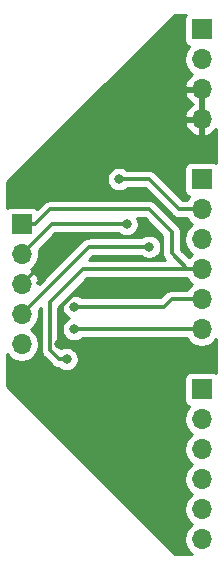
<source format=gbr>
G04 #@! TF.GenerationSoftware,KiCad,Pcbnew,5.1.5-52549c5~84~ubuntu18.04.1*
G04 #@! TF.CreationDate,2020-01-16T16:08:21-05:00*
G04 #@! TF.ProjectId,PIC16LF18326_breakout,50494331-364c-4463-9138-3332365f6272,rev?*
G04 #@! TF.SameCoordinates,Original*
G04 #@! TF.FileFunction,Copper,L2,Bot*
G04 #@! TF.FilePolarity,Positive*
%FSLAX46Y46*%
G04 Gerber Fmt 4.6, Leading zero omitted, Abs format (unit mm)*
G04 Created by KiCad (PCBNEW 5.1.5-52549c5~84~ubuntu18.04.1) date 2020-01-16 16:08:21*
%MOMM*%
%LPD*%
G04 APERTURE LIST*
%ADD10O,1.700000X1.700000*%
%ADD11R,1.700000X1.700000*%
%ADD12C,0.800000*%
%ADD13C,0.300000*%
%ADD14C,0.254000*%
G04 APERTURE END LIST*
D10*
X142240000Y-113665000D03*
X142240000Y-111125000D03*
X142240000Y-108585000D03*
X142240000Y-106045000D03*
X142240000Y-103505000D03*
D11*
X142240000Y-100965000D03*
D10*
X142240000Y-131445000D03*
X142240000Y-128905000D03*
X142240000Y-126365000D03*
X142240000Y-123825000D03*
X142240000Y-121285000D03*
D11*
X142240000Y-118745000D03*
D10*
X142240000Y-95885000D03*
X142240000Y-93345000D03*
X142240000Y-90805000D03*
D11*
X142240000Y-88265000D03*
D10*
X127000000Y-114935000D03*
X127000000Y-112395000D03*
X127000000Y-109855000D03*
X127000000Y-107315000D03*
D11*
X127000000Y-104775000D03*
D12*
X135255000Y-100965000D03*
X137795000Y-106680000D03*
X135890000Y-104775000D03*
X130810000Y-116205000D03*
X131445000Y-113665000D03*
X131445000Y-111760000D03*
X135255000Y-109855000D03*
X130175000Y-114935000D03*
X130175000Y-107315000D03*
X134620000Y-102235000D03*
D13*
X137795000Y-100965000D02*
X140335000Y-103505000D01*
X135255000Y-100965000D02*
X137795000Y-100965000D01*
X140335000Y-103505000D02*
X142240000Y-103505000D01*
X132715000Y-106680000D02*
X137795000Y-106680000D01*
X127000000Y-112395000D02*
X132715000Y-106680000D01*
X129540000Y-104775000D02*
X135890000Y-104775000D01*
X127000000Y-107315000D02*
X129540000Y-104775000D01*
X141037919Y-108585000D02*
X142240000Y-108585000D01*
X132239998Y-108585000D02*
X141037919Y-108585000D01*
X129424999Y-111399999D02*
X132239998Y-108585000D01*
X129424999Y-112914999D02*
X129424999Y-111399999D01*
X141037919Y-108585000D02*
X139700000Y-107247081D01*
X139700000Y-107247081D02*
X139700000Y-105410000D01*
X130810000Y-116205000D02*
X130175000Y-116205000D01*
X129424999Y-115454999D02*
X129424999Y-112914999D01*
X130175000Y-116205000D02*
X129424999Y-115454999D01*
X128150000Y-104775000D02*
X129420000Y-103505000D01*
X127000000Y-104775000D02*
X128150000Y-104775000D01*
X137795000Y-103505000D02*
X139700000Y-105410000D01*
X129420000Y-103505000D02*
X137795000Y-103505000D01*
X135255000Y-113665000D02*
X142240000Y-113665000D01*
X131445000Y-113665000D02*
X135255000Y-113665000D01*
X131445000Y-111760000D02*
X139065000Y-111760000D01*
X139700000Y-111125000D02*
X142240000Y-111125000D01*
X139065000Y-111760000D02*
X139700000Y-111125000D01*
X130175000Y-111919998D02*
X130175000Y-114935000D01*
X135255000Y-109855000D02*
X132239998Y-109855000D01*
X132239998Y-109855000D02*
X130175000Y-111919998D01*
X127000000Y-109855000D02*
X129540000Y-107315000D01*
X129540000Y-107315000D02*
X130175000Y-107315000D01*
D14*
G36*
X130410000Y-111658061D02*
G01*
X130410000Y-111861939D01*
X130449774Y-112061898D01*
X130527795Y-112250256D01*
X130641063Y-112419774D01*
X130785226Y-112563937D01*
X130954744Y-112677205D01*
X131039953Y-112712500D01*
X130954744Y-112747795D01*
X130785226Y-112861063D01*
X130641063Y-113005226D01*
X130527795Y-113174744D01*
X130449774Y-113363102D01*
X130410000Y-113563061D01*
X130410000Y-113766939D01*
X130449774Y-113966898D01*
X130527795Y-114155256D01*
X130641063Y-114324774D01*
X130785226Y-114468937D01*
X130954744Y-114582205D01*
X131143102Y-114660226D01*
X131343061Y-114700000D01*
X131546939Y-114700000D01*
X131746898Y-114660226D01*
X131935256Y-114582205D01*
X132104774Y-114468937D01*
X132123711Y-114450000D01*
X140978526Y-114450000D01*
X141086525Y-114611632D01*
X141293368Y-114818475D01*
X141536589Y-114980990D01*
X141806842Y-115092932D01*
X142093740Y-115150000D01*
X142386260Y-115150000D01*
X142673158Y-115092932D01*
X142943411Y-114980990D01*
X143186632Y-114818475D01*
X143393475Y-114611632D01*
X143460001Y-114512069D01*
X143460001Y-117377189D01*
X143444494Y-117364463D01*
X143334180Y-117305498D01*
X143214482Y-117269188D01*
X143090000Y-117256928D01*
X141390000Y-117256928D01*
X141265518Y-117269188D01*
X141145820Y-117305498D01*
X141035506Y-117364463D01*
X140938815Y-117443815D01*
X140859463Y-117540506D01*
X140800498Y-117650820D01*
X140764188Y-117770518D01*
X140751928Y-117895000D01*
X140751928Y-119595000D01*
X140764188Y-119719482D01*
X140800498Y-119839180D01*
X140859463Y-119949494D01*
X140938815Y-120046185D01*
X141035506Y-120125537D01*
X141145820Y-120184502D01*
X141218380Y-120206513D01*
X141086525Y-120338368D01*
X140924010Y-120581589D01*
X140812068Y-120851842D01*
X140755000Y-121138740D01*
X140755000Y-121431260D01*
X140812068Y-121718158D01*
X140924010Y-121988411D01*
X141086525Y-122231632D01*
X141293368Y-122438475D01*
X141467760Y-122555000D01*
X141293368Y-122671525D01*
X141086525Y-122878368D01*
X140924010Y-123121589D01*
X140812068Y-123391842D01*
X140755000Y-123678740D01*
X140755000Y-123971260D01*
X140812068Y-124258158D01*
X140924010Y-124528411D01*
X141086525Y-124771632D01*
X141293368Y-124978475D01*
X141467760Y-125095000D01*
X141293368Y-125211525D01*
X141086525Y-125418368D01*
X140924010Y-125661589D01*
X140812068Y-125931842D01*
X140755000Y-126218740D01*
X140755000Y-126511260D01*
X140812068Y-126798158D01*
X140924010Y-127068411D01*
X141086525Y-127311632D01*
X141293368Y-127518475D01*
X141467760Y-127635000D01*
X141293368Y-127751525D01*
X141086525Y-127958368D01*
X140924010Y-128201589D01*
X140812068Y-128471842D01*
X140755000Y-128758740D01*
X140755000Y-129051260D01*
X140812068Y-129338158D01*
X140924010Y-129608411D01*
X141086525Y-129851632D01*
X141293368Y-130058475D01*
X141467760Y-130175000D01*
X141293368Y-130291525D01*
X141086525Y-130498368D01*
X140924010Y-130741589D01*
X140812068Y-131011842D01*
X140755000Y-131298740D01*
X140755000Y-131591260D01*
X140812068Y-131878158D01*
X140924010Y-132148411D01*
X141086525Y-132391632D01*
X141293368Y-132598475D01*
X141430345Y-132690000D01*
X139973381Y-132690000D01*
X125755000Y-118471620D01*
X125755000Y-115744655D01*
X125846525Y-115881632D01*
X126053368Y-116088475D01*
X126296589Y-116250990D01*
X126566842Y-116362932D01*
X126853740Y-116420000D01*
X127146260Y-116420000D01*
X127433158Y-116362932D01*
X127703411Y-116250990D01*
X127946632Y-116088475D01*
X128153475Y-115881632D01*
X128315990Y-115638411D01*
X128427932Y-115368158D01*
X128485000Y-115081260D01*
X128485000Y-114788740D01*
X128427932Y-114501842D01*
X128315990Y-114231589D01*
X128153475Y-113988368D01*
X127946632Y-113781525D01*
X127772240Y-113665000D01*
X127946632Y-113548475D01*
X128153475Y-113341632D01*
X128315990Y-113098411D01*
X128427932Y-112828158D01*
X128485000Y-112541260D01*
X128485000Y-112248740D01*
X128447075Y-112058082D01*
X128640000Y-111865157D01*
X128639999Y-112953559D01*
X128640000Y-112953569D01*
X128639999Y-115416446D01*
X128636202Y-115454999D01*
X128639999Y-115493552D01*
X128639999Y-115493559D01*
X128651358Y-115608885D01*
X128696245Y-115756858D01*
X128769137Y-115893231D01*
X128867235Y-116012763D01*
X128897189Y-116037346D01*
X129592653Y-116732810D01*
X129617236Y-116762764D01*
X129736767Y-116860862D01*
X129873140Y-116933754D01*
X130021113Y-116978642D01*
X130096026Y-116986020D01*
X130130726Y-116989437D01*
X130150226Y-117008937D01*
X130319744Y-117122205D01*
X130508102Y-117200226D01*
X130708061Y-117240000D01*
X130911939Y-117240000D01*
X131111898Y-117200226D01*
X131300256Y-117122205D01*
X131469774Y-117008937D01*
X131613937Y-116864774D01*
X131727205Y-116695256D01*
X131805226Y-116506898D01*
X131845000Y-116306939D01*
X131845000Y-116103061D01*
X131805226Y-115903102D01*
X131727205Y-115714744D01*
X131613937Y-115545226D01*
X131469774Y-115401063D01*
X131300256Y-115287795D01*
X131111898Y-115209774D01*
X130911939Y-115170000D01*
X130708061Y-115170000D01*
X130508102Y-115209774D01*
X130353832Y-115273675D01*
X130209999Y-115129842D01*
X130209999Y-111725156D01*
X130443001Y-111492154D01*
X130410000Y-111658061D01*
G37*
X130410000Y-111658061D02*
X130410000Y-111861939D01*
X130449774Y-112061898D01*
X130527795Y-112250256D01*
X130641063Y-112419774D01*
X130785226Y-112563937D01*
X130954744Y-112677205D01*
X131039953Y-112712500D01*
X130954744Y-112747795D01*
X130785226Y-112861063D01*
X130641063Y-113005226D01*
X130527795Y-113174744D01*
X130449774Y-113363102D01*
X130410000Y-113563061D01*
X130410000Y-113766939D01*
X130449774Y-113966898D01*
X130527795Y-114155256D01*
X130641063Y-114324774D01*
X130785226Y-114468937D01*
X130954744Y-114582205D01*
X131143102Y-114660226D01*
X131343061Y-114700000D01*
X131546939Y-114700000D01*
X131746898Y-114660226D01*
X131935256Y-114582205D01*
X132104774Y-114468937D01*
X132123711Y-114450000D01*
X140978526Y-114450000D01*
X141086525Y-114611632D01*
X141293368Y-114818475D01*
X141536589Y-114980990D01*
X141806842Y-115092932D01*
X142093740Y-115150000D01*
X142386260Y-115150000D01*
X142673158Y-115092932D01*
X142943411Y-114980990D01*
X143186632Y-114818475D01*
X143393475Y-114611632D01*
X143460001Y-114512069D01*
X143460001Y-117377189D01*
X143444494Y-117364463D01*
X143334180Y-117305498D01*
X143214482Y-117269188D01*
X143090000Y-117256928D01*
X141390000Y-117256928D01*
X141265518Y-117269188D01*
X141145820Y-117305498D01*
X141035506Y-117364463D01*
X140938815Y-117443815D01*
X140859463Y-117540506D01*
X140800498Y-117650820D01*
X140764188Y-117770518D01*
X140751928Y-117895000D01*
X140751928Y-119595000D01*
X140764188Y-119719482D01*
X140800498Y-119839180D01*
X140859463Y-119949494D01*
X140938815Y-120046185D01*
X141035506Y-120125537D01*
X141145820Y-120184502D01*
X141218380Y-120206513D01*
X141086525Y-120338368D01*
X140924010Y-120581589D01*
X140812068Y-120851842D01*
X140755000Y-121138740D01*
X140755000Y-121431260D01*
X140812068Y-121718158D01*
X140924010Y-121988411D01*
X141086525Y-122231632D01*
X141293368Y-122438475D01*
X141467760Y-122555000D01*
X141293368Y-122671525D01*
X141086525Y-122878368D01*
X140924010Y-123121589D01*
X140812068Y-123391842D01*
X140755000Y-123678740D01*
X140755000Y-123971260D01*
X140812068Y-124258158D01*
X140924010Y-124528411D01*
X141086525Y-124771632D01*
X141293368Y-124978475D01*
X141467760Y-125095000D01*
X141293368Y-125211525D01*
X141086525Y-125418368D01*
X140924010Y-125661589D01*
X140812068Y-125931842D01*
X140755000Y-126218740D01*
X140755000Y-126511260D01*
X140812068Y-126798158D01*
X140924010Y-127068411D01*
X141086525Y-127311632D01*
X141293368Y-127518475D01*
X141467760Y-127635000D01*
X141293368Y-127751525D01*
X141086525Y-127958368D01*
X140924010Y-128201589D01*
X140812068Y-128471842D01*
X140755000Y-128758740D01*
X140755000Y-129051260D01*
X140812068Y-129338158D01*
X140924010Y-129608411D01*
X141086525Y-129851632D01*
X141293368Y-130058475D01*
X141467760Y-130175000D01*
X141293368Y-130291525D01*
X141086525Y-130498368D01*
X140924010Y-130741589D01*
X140812068Y-131011842D01*
X140755000Y-131298740D01*
X140755000Y-131591260D01*
X140812068Y-131878158D01*
X140924010Y-132148411D01*
X141086525Y-132391632D01*
X141293368Y-132598475D01*
X141430345Y-132690000D01*
X139973381Y-132690000D01*
X125755000Y-118471620D01*
X125755000Y-115744655D01*
X125846525Y-115881632D01*
X126053368Y-116088475D01*
X126296589Y-116250990D01*
X126566842Y-116362932D01*
X126853740Y-116420000D01*
X127146260Y-116420000D01*
X127433158Y-116362932D01*
X127703411Y-116250990D01*
X127946632Y-116088475D01*
X128153475Y-115881632D01*
X128315990Y-115638411D01*
X128427932Y-115368158D01*
X128485000Y-115081260D01*
X128485000Y-114788740D01*
X128427932Y-114501842D01*
X128315990Y-114231589D01*
X128153475Y-113988368D01*
X127946632Y-113781525D01*
X127772240Y-113665000D01*
X127946632Y-113548475D01*
X128153475Y-113341632D01*
X128315990Y-113098411D01*
X128427932Y-112828158D01*
X128485000Y-112541260D01*
X128485000Y-112248740D01*
X128447075Y-112058082D01*
X128640000Y-111865157D01*
X128639999Y-112953559D01*
X128640000Y-112953569D01*
X128639999Y-115416446D01*
X128636202Y-115454999D01*
X128639999Y-115493552D01*
X128639999Y-115493559D01*
X128651358Y-115608885D01*
X128696245Y-115756858D01*
X128769137Y-115893231D01*
X128867235Y-116012763D01*
X128897189Y-116037346D01*
X129592653Y-116732810D01*
X129617236Y-116762764D01*
X129736767Y-116860862D01*
X129873140Y-116933754D01*
X130021113Y-116978642D01*
X130096026Y-116986020D01*
X130130726Y-116989437D01*
X130150226Y-117008937D01*
X130319744Y-117122205D01*
X130508102Y-117200226D01*
X130708061Y-117240000D01*
X130911939Y-117240000D01*
X131111898Y-117200226D01*
X131300256Y-117122205D01*
X131469774Y-117008937D01*
X131613937Y-116864774D01*
X131727205Y-116695256D01*
X131805226Y-116506898D01*
X131845000Y-116306939D01*
X131845000Y-116103061D01*
X131805226Y-115903102D01*
X131727205Y-115714744D01*
X131613937Y-115545226D01*
X131469774Y-115401063D01*
X131300256Y-115287795D01*
X131111898Y-115209774D01*
X130911939Y-115170000D01*
X130708061Y-115170000D01*
X130508102Y-115209774D01*
X130353832Y-115273675D01*
X130209999Y-115129842D01*
X130209999Y-111725156D01*
X130443001Y-111492154D01*
X130410000Y-111658061D01*
G36*
X141086525Y-109531632D02*
G01*
X141293368Y-109738475D01*
X141467760Y-109855000D01*
X141293368Y-109971525D01*
X141086525Y-110178368D01*
X140978526Y-110340000D01*
X139738556Y-110340000D01*
X139700000Y-110336203D01*
X139661444Y-110340000D01*
X139661439Y-110340000D01*
X139621026Y-110343980D01*
X139546113Y-110351358D01*
X139398140Y-110396246D01*
X139261767Y-110469138D01*
X139142236Y-110567236D01*
X139117653Y-110597190D01*
X138739843Y-110975000D01*
X132123711Y-110975000D01*
X132104774Y-110956063D01*
X131935256Y-110842795D01*
X131746898Y-110764774D01*
X131546939Y-110725000D01*
X131343061Y-110725000D01*
X131177154Y-110758001D01*
X132565155Y-109370000D01*
X140978526Y-109370000D01*
X141086525Y-109531632D01*
G37*
X141086525Y-109531632D02*
X141293368Y-109738475D01*
X141467760Y-109855000D01*
X141293368Y-109971525D01*
X141086525Y-110178368D01*
X140978526Y-110340000D01*
X139738556Y-110340000D01*
X139700000Y-110336203D01*
X139661444Y-110340000D01*
X139661439Y-110340000D01*
X139621026Y-110343980D01*
X139546113Y-110351358D01*
X139398140Y-110396246D01*
X139261767Y-110469138D01*
X139142236Y-110567236D01*
X139117653Y-110597190D01*
X138739843Y-110975000D01*
X132123711Y-110975000D01*
X132104774Y-110956063D01*
X131935256Y-110842795D01*
X131746898Y-110764774D01*
X131546939Y-110725000D01*
X131343061Y-110725000D01*
X131177154Y-110758001D01*
X132565155Y-109370000D01*
X140978526Y-109370000D01*
X141086525Y-109531632D01*
G36*
X127127000Y-109728000D02*
G01*
X127147000Y-109728000D01*
X127147000Y-109982000D01*
X127127000Y-109982000D01*
X127127000Y-110002000D01*
X126873000Y-110002000D01*
X126873000Y-109982000D01*
X126853000Y-109982000D01*
X126853000Y-109728000D01*
X126873000Y-109728000D01*
X126873000Y-109708000D01*
X127127000Y-109708000D01*
X127127000Y-109728000D01*
G37*
X127127000Y-109728000D02*
X127147000Y-109728000D01*
X127147000Y-109982000D01*
X127127000Y-109982000D01*
X127127000Y-110002000D01*
X126873000Y-110002000D01*
X126873000Y-109982000D01*
X126853000Y-109982000D01*
X126853000Y-109728000D01*
X126873000Y-109728000D01*
X126873000Y-109708000D01*
X127127000Y-109708000D01*
X127127000Y-109728000D01*
G36*
X138915001Y-105735158D02*
G01*
X138915000Y-107208528D01*
X138911203Y-107247081D01*
X138915000Y-107285634D01*
X138915000Y-107285641D01*
X138926359Y-107400967D01*
X138971246Y-107548940D01*
X139044138Y-107685313D01*
X139138260Y-107800000D01*
X132705157Y-107800000D01*
X133040157Y-107465000D01*
X137116289Y-107465000D01*
X137135226Y-107483937D01*
X137304744Y-107597205D01*
X137493102Y-107675226D01*
X137693061Y-107715000D01*
X137896939Y-107715000D01*
X138096898Y-107675226D01*
X138285256Y-107597205D01*
X138454774Y-107483937D01*
X138598937Y-107339774D01*
X138712205Y-107170256D01*
X138790226Y-106981898D01*
X138830000Y-106781939D01*
X138830000Y-106578061D01*
X138790226Y-106378102D01*
X138712205Y-106189744D01*
X138598937Y-106020226D01*
X138454774Y-105876063D01*
X138285256Y-105762795D01*
X138096898Y-105684774D01*
X137896939Y-105645000D01*
X137693061Y-105645000D01*
X137493102Y-105684774D01*
X137304744Y-105762795D01*
X137135226Y-105876063D01*
X137116289Y-105895000D01*
X132753556Y-105895000D01*
X132715000Y-105891203D01*
X132676444Y-105895000D01*
X132676439Y-105895000D01*
X132636026Y-105898980D01*
X132561113Y-105906358D01*
X132413140Y-105951246D01*
X132276767Y-106024138D01*
X132157236Y-106122236D01*
X132132653Y-106152190D01*
X128485000Y-109799843D01*
X128485000Y-109727998D01*
X128320156Y-109727998D01*
X128441476Y-109498110D01*
X128396825Y-109350901D01*
X128271641Y-109088080D01*
X128097588Y-108854731D01*
X127881355Y-108659822D01*
X127764466Y-108590195D01*
X127946632Y-108468475D01*
X128153475Y-108261632D01*
X128315990Y-108018411D01*
X128427932Y-107748158D01*
X128485000Y-107461260D01*
X128485000Y-107168740D01*
X128447075Y-106978082D01*
X129865158Y-105560000D01*
X135211289Y-105560000D01*
X135230226Y-105578937D01*
X135399744Y-105692205D01*
X135588102Y-105770226D01*
X135788061Y-105810000D01*
X135991939Y-105810000D01*
X136191898Y-105770226D01*
X136380256Y-105692205D01*
X136549774Y-105578937D01*
X136693937Y-105434774D01*
X136807205Y-105265256D01*
X136885226Y-105076898D01*
X136925000Y-104876939D01*
X136925000Y-104673061D01*
X136885226Y-104473102D01*
X136809382Y-104290000D01*
X137469843Y-104290000D01*
X138915001Y-105735158D01*
G37*
X138915001Y-105735158D02*
X138915000Y-107208528D01*
X138911203Y-107247081D01*
X138915000Y-107285634D01*
X138915000Y-107285641D01*
X138926359Y-107400967D01*
X138971246Y-107548940D01*
X139044138Y-107685313D01*
X139138260Y-107800000D01*
X132705157Y-107800000D01*
X133040157Y-107465000D01*
X137116289Y-107465000D01*
X137135226Y-107483937D01*
X137304744Y-107597205D01*
X137493102Y-107675226D01*
X137693061Y-107715000D01*
X137896939Y-107715000D01*
X138096898Y-107675226D01*
X138285256Y-107597205D01*
X138454774Y-107483937D01*
X138598937Y-107339774D01*
X138712205Y-107170256D01*
X138790226Y-106981898D01*
X138830000Y-106781939D01*
X138830000Y-106578061D01*
X138790226Y-106378102D01*
X138712205Y-106189744D01*
X138598937Y-106020226D01*
X138454774Y-105876063D01*
X138285256Y-105762795D01*
X138096898Y-105684774D01*
X137896939Y-105645000D01*
X137693061Y-105645000D01*
X137493102Y-105684774D01*
X137304744Y-105762795D01*
X137135226Y-105876063D01*
X137116289Y-105895000D01*
X132753556Y-105895000D01*
X132715000Y-105891203D01*
X132676444Y-105895000D01*
X132676439Y-105895000D01*
X132636026Y-105898980D01*
X132561113Y-105906358D01*
X132413140Y-105951246D01*
X132276767Y-106024138D01*
X132157236Y-106122236D01*
X132132653Y-106152190D01*
X128485000Y-109799843D01*
X128485000Y-109727998D01*
X128320156Y-109727998D01*
X128441476Y-109498110D01*
X128396825Y-109350901D01*
X128271641Y-109088080D01*
X128097588Y-108854731D01*
X127881355Y-108659822D01*
X127764466Y-108590195D01*
X127946632Y-108468475D01*
X128153475Y-108261632D01*
X128315990Y-108018411D01*
X128427932Y-107748158D01*
X128485000Y-107461260D01*
X128485000Y-107168740D01*
X128447075Y-106978082D01*
X129865158Y-105560000D01*
X135211289Y-105560000D01*
X135230226Y-105578937D01*
X135399744Y-105692205D01*
X135588102Y-105770226D01*
X135788061Y-105810000D01*
X135991939Y-105810000D01*
X136191898Y-105770226D01*
X136380256Y-105692205D01*
X136549774Y-105578937D01*
X136693937Y-105434774D01*
X136807205Y-105265256D01*
X136885226Y-105076898D01*
X136925000Y-104876939D01*
X136925000Y-104673061D01*
X136885226Y-104473102D01*
X136809382Y-104290000D01*
X137469843Y-104290000D01*
X138915001Y-105735158D01*
G36*
X140859463Y-87060506D02*
G01*
X140800498Y-87170820D01*
X140764188Y-87290518D01*
X140751928Y-87415000D01*
X140751928Y-89115000D01*
X140764188Y-89239482D01*
X140800498Y-89359180D01*
X140859463Y-89469494D01*
X140938815Y-89566185D01*
X141035506Y-89645537D01*
X141145820Y-89704502D01*
X141218380Y-89726513D01*
X141086525Y-89858368D01*
X140924010Y-90101589D01*
X140812068Y-90371842D01*
X140755000Y-90658740D01*
X140755000Y-90951260D01*
X140812068Y-91238158D01*
X140924010Y-91508411D01*
X141086525Y-91751632D01*
X141293368Y-91958475D01*
X141475534Y-92080195D01*
X141358645Y-92149822D01*
X141142412Y-92344731D01*
X140968359Y-92578080D01*
X140843175Y-92840901D01*
X140798524Y-92988110D01*
X140919845Y-93218000D01*
X142113000Y-93218000D01*
X142113000Y-93198000D01*
X142367000Y-93198000D01*
X142367000Y-93218000D01*
X142387000Y-93218000D01*
X142387000Y-93472000D01*
X142367000Y-93472000D01*
X142367000Y-95758000D01*
X142387000Y-95758000D01*
X142387000Y-96012000D01*
X142367000Y-96012000D01*
X142367000Y-97205814D01*
X142596891Y-97326481D01*
X142871252Y-97229157D01*
X143121355Y-97080178D01*
X143337588Y-96885269D01*
X143460000Y-96721154D01*
X143460000Y-99597189D01*
X143444494Y-99584463D01*
X143334180Y-99525498D01*
X143214482Y-99489188D01*
X143090000Y-99476928D01*
X141390000Y-99476928D01*
X141265518Y-99489188D01*
X141145820Y-99525498D01*
X141035506Y-99584463D01*
X140938815Y-99663815D01*
X140859463Y-99760506D01*
X140800498Y-99870820D01*
X140764188Y-99990518D01*
X140751928Y-100115000D01*
X140751928Y-101815000D01*
X140764188Y-101939482D01*
X140800498Y-102059180D01*
X140859463Y-102169494D01*
X140938815Y-102266185D01*
X141035506Y-102345537D01*
X141145820Y-102404502D01*
X141218380Y-102426513D01*
X141086525Y-102558368D01*
X140978526Y-102720000D01*
X140660158Y-102720000D01*
X138377347Y-100437190D01*
X138352764Y-100407236D01*
X138233233Y-100309138D01*
X138096860Y-100236246D01*
X137948887Y-100191359D01*
X137833561Y-100180000D01*
X137833553Y-100180000D01*
X137795000Y-100176203D01*
X137756447Y-100180000D01*
X135933711Y-100180000D01*
X135914774Y-100161063D01*
X135745256Y-100047795D01*
X135556898Y-99969774D01*
X135356939Y-99930000D01*
X135153061Y-99930000D01*
X134953102Y-99969774D01*
X134764744Y-100047795D01*
X134595226Y-100161063D01*
X134451063Y-100305226D01*
X134337795Y-100474744D01*
X134259774Y-100663102D01*
X134220000Y-100863061D01*
X134220000Y-101066939D01*
X134259774Y-101266898D01*
X134337795Y-101455256D01*
X134451063Y-101624774D01*
X134595226Y-101768937D01*
X134764744Y-101882205D01*
X134953102Y-101960226D01*
X135153061Y-102000000D01*
X135356939Y-102000000D01*
X135556898Y-101960226D01*
X135745256Y-101882205D01*
X135914774Y-101768937D01*
X135933711Y-101750000D01*
X137469843Y-101750000D01*
X139752655Y-104032813D01*
X139777236Y-104062764D01*
X139807184Y-104087342D01*
X139807187Y-104087345D01*
X139836559Y-104111450D01*
X139896767Y-104160862D01*
X140033140Y-104233754D01*
X140146672Y-104268194D01*
X140181112Y-104278641D01*
X140195490Y-104280057D01*
X140296439Y-104290000D01*
X140296446Y-104290000D01*
X140334999Y-104293797D01*
X140373552Y-104290000D01*
X140978526Y-104290000D01*
X141086525Y-104451632D01*
X141293368Y-104658475D01*
X141467760Y-104775000D01*
X141293368Y-104891525D01*
X141086525Y-105098368D01*
X140924010Y-105341589D01*
X140812068Y-105611842D01*
X140755000Y-105898740D01*
X140755000Y-106191260D01*
X140812068Y-106478158D01*
X140924010Y-106748411D01*
X141086525Y-106991632D01*
X141293368Y-107198475D01*
X141467760Y-107315000D01*
X141293368Y-107431525D01*
X141143985Y-107580908D01*
X140485000Y-106921924D01*
X140485000Y-105448556D01*
X140488797Y-105410000D01*
X140485000Y-105371444D01*
X140485000Y-105371439D01*
X140474542Y-105265256D01*
X140473642Y-105256113D01*
X140428754Y-105108140D01*
X140412055Y-105076898D01*
X140355862Y-104971767D01*
X140257764Y-104852236D01*
X140227810Y-104827653D01*
X138377347Y-102977190D01*
X138352764Y-102947236D01*
X138233233Y-102849138D01*
X138096860Y-102776246D01*
X137948887Y-102731359D01*
X137833561Y-102720000D01*
X137833553Y-102720000D01*
X137795000Y-102716203D01*
X137756447Y-102720000D01*
X129458552Y-102720000D01*
X129419999Y-102716203D01*
X129381446Y-102720000D01*
X129381439Y-102720000D01*
X129280490Y-102729943D01*
X129266112Y-102731359D01*
X129231672Y-102741806D01*
X129118140Y-102776246D01*
X128981767Y-102849138D01*
X128921559Y-102898550D01*
X128892187Y-102922655D01*
X128892184Y-102922658D01*
X128862236Y-102947236D01*
X128837658Y-102977185D01*
X128319144Y-103495698D01*
X128301185Y-103473815D01*
X128204494Y-103394463D01*
X128094180Y-103335498D01*
X127974482Y-103299188D01*
X127850000Y-103286928D01*
X126150000Y-103286928D01*
X126025518Y-103299188D01*
X125905820Y-103335498D01*
X125795506Y-103394463D01*
X125755000Y-103427705D01*
X125755000Y-101238380D01*
X130751490Y-96241890D01*
X140798524Y-96241890D01*
X140843175Y-96389099D01*
X140968359Y-96651920D01*
X141142412Y-96885269D01*
X141358645Y-97080178D01*
X141608748Y-97229157D01*
X141883109Y-97326481D01*
X142113000Y-97205814D01*
X142113000Y-96012000D01*
X140919845Y-96012000D01*
X140798524Y-96241890D01*
X130751490Y-96241890D01*
X133291490Y-93701890D01*
X140798524Y-93701890D01*
X140843175Y-93849099D01*
X140968359Y-94111920D01*
X141142412Y-94345269D01*
X141358645Y-94540178D01*
X141484255Y-94615000D01*
X141358645Y-94689822D01*
X141142412Y-94884731D01*
X140968359Y-95118080D01*
X140843175Y-95380901D01*
X140798524Y-95528110D01*
X140919845Y-95758000D01*
X142113000Y-95758000D01*
X142113000Y-93472000D01*
X140919845Y-93472000D01*
X140798524Y-93701890D01*
X133291490Y-93701890D01*
X139973381Y-87020000D01*
X140892705Y-87020000D01*
X140859463Y-87060506D01*
G37*
X140859463Y-87060506D02*
X140800498Y-87170820D01*
X140764188Y-87290518D01*
X140751928Y-87415000D01*
X140751928Y-89115000D01*
X140764188Y-89239482D01*
X140800498Y-89359180D01*
X140859463Y-89469494D01*
X140938815Y-89566185D01*
X141035506Y-89645537D01*
X141145820Y-89704502D01*
X141218380Y-89726513D01*
X141086525Y-89858368D01*
X140924010Y-90101589D01*
X140812068Y-90371842D01*
X140755000Y-90658740D01*
X140755000Y-90951260D01*
X140812068Y-91238158D01*
X140924010Y-91508411D01*
X141086525Y-91751632D01*
X141293368Y-91958475D01*
X141475534Y-92080195D01*
X141358645Y-92149822D01*
X141142412Y-92344731D01*
X140968359Y-92578080D01*
X140843175Y-92840901D01*
X140798524Y-92988110D01*
X140919845Y-93218000D01*
X142113000Y-93218000D01*
X142113000Y-93198000D01*
X142367000Y-93198000D01*
X142367000Y-93218000D01*
X142387000Y-93218000D01*
X142387000Y-93472000D01*
X142367000Y-93472000D01*
X142367000Y-95758000D01*
X142387000Y-95758000D01*
X142387000Y-96012000D01*
X142367000Y-96012000D01*
X142367000Y-97205814D01*
X142596891Y-97326481D01*
X142871252Y-97229157D01*
X143121355Y-97080178D01*
X143337588Y-96885269D01*
X143460000Y-96721154D01*
X143460000Y-99597189D01*
X143444494Y-99584463D01*
X143334180Y-99525498D01*
X143214482Y-99489188D01*
X143090000Y-99476928D01*
X141390000Y-99476928D01*
X141265518Y-99489188D01*
X141145820Y-99525498D01*
X141035506Y-99584463D01*
X140938815Y-99663815D01*
X140859463Y-99760506D01*
X140800498Y-99870820D01*
X140764188Y-99990518D01*
X140751928Y-100115000D01*
X140751928Y-101815000D01*
X140764188Y-101939482D01*
X140800498Y-102059180D01*
X140859463Y-102169494D01*
X140938815Y-102266185D01*
X141035506Y-102345537D01*
X141145820Y-102404502D01*
X141218380Y-102426513D01*
X141086525Y-102558368D01*
X140978526Y-102720000D01*
X140660158Y-102720000D01*
X138377347Y-100437190D01*
X138352764Y-100407236D01*
X138233233Y-100309138D01*
X138096860Y-100236246D01*
X137948887Y-100191359D01*
X137833561Y-100180000D01*
X137833553Y-100180000D01*
X137795000Y-100176203D01*
X137756447Y-100180000D01*
X135933711Y-100180000D01*
X135914774Y-100161063D01*
X135745256Y-100047795D01*
X135556898Y-99969774D01*
X135356939Y-99930000D01*
X135153061Y-99930000D01*
X134953102Y-99969774D01*
X134764744Y-100047795D01*
X134595226Y-100161063D01*
X134451063Y-100305226D01*
X134337795Y-100474744D01*
X134259774Y-100663102D01*
X134220000Y-100863061D01*
X134220000Y-101066939D01*
X134259774Y-101266898D01*
X134337795Y-101455256D01*
X134451063Y-101624774D01*
X134595226Y-101768937D01*
X134764744Y-101882205D01*
X134953102Y-101960226D01*
X135153061Y-102000000D01*
X135356939Y-102000000D01*
X135556898Y-101960226D01*
X135745256Y-101882205D01*
X135914774Y-101768937D01*
X135933711Y-101750000D01*
X137469843Y-101750000D01*
X139752655Y-104032813D01*
X139777236Y-104062764D01*
X139807184Y-104087342D01*
X139807187Y-104087345D01*
X139836559Y-104111450D01*
X139896767Y-104160862D01*
X140033140Y-104233754D01*
X140146672Y-104268194D01*
X140181112Y-104278641D01*
X140195490Y-104280057D01*
X140296439Y-104290000D01*
X140296446Y-104290000D01*
X140334999Y-104293797D01*
X140373552Y-104290000D01*
X140978526Y-104290000D01*
X141086525Y-104451632D01*
X141293368Y-104658475D01*
X141467760Y-104775000D01*
X141293368Y-104891525D01*
X141086525Y-105098368D01*
X140924010Y-105341589D01*
X140812068Y-105611842D01*
X140755000Y-105898740D01*
X140755000Y-106191260D01*
X140812068Y-106478158D01*
X140924010Y-106748411D01*
X141086525Y-106991632D01*
X141293368Y-107198475D01*
X141467760Y-107315000D01*
X141293368Y-107431525D01*
X141143985Y-107580908D01*
X140485000Y-106921924D01*
X140485000Y-105448556D01*
X140488797Y-105410000D01*
X140485000Y-105371444D01*
X140485000Y-105371439D01*
X140474542Y-105265256D01*
X140473642Y-105256113D01*
X140428754Y-105108140D01*
X140412055Y-105076898D01*
X140355862Y-104971767D01*
X140257764Y-104852236D01*
X140227810Y-104827653D01*
X138377347Y-102977190D01*
X138352764Y-102947236D01*
X138233233Y-102849138D01*
X138096860Y-102776246D01*
X137948887Y-102731359D01*
X137833561Y-102720000D01*
X137833553Y-102720000D01*
X137795000Y-102716203D01*
X137756447Y-102720000D01*
X129458552Y-102720000D01*
X129419999Y-102716203D01*
X129381446Y-102720000D01*
X129381439Y-102720000D01*
X129280490Y-102729943D01*
X129266112Y-102731359D01*
X129231672Y-102741806D01*
X129118140Y-102776246D01*
X128981767Y-102849138D01*
X128921559Y-102898550D01*
X128892187Y-102922655D01*
X128892184Y-102922658D01*
X128862236Y-102947236D01*
X128837658Y-102977185D01*
X128319144Y-103495698D01*
X128301185Y-103473815D01*
X128204494Y-103394463D01*
X128094180Y-103335498D01*
X127974482Y-103299188D01*
X127850000Y-103286928D01*
X126150000Y-103286928D01*
X126025518Y-103299188D01*
X125905820Y-103335498D01*
X125795506Y-103394463D01*
X125755000Y-103427705D01*
X125755000Y-101238380D01*
X130751490Y-96241890D01*
X140798524Y-96241890D01*
X140843175Y-96389099D01*
X140968359Y-96651920D01*
X141142412Y-96885269D01*
X141358645Y-97080178D01*
X141608748Y-97229157D01*
X141883109Y-97326481D01*
X142113000Y-97205814D01*
X142113000Y-96012000D01*
X140919845Y-96012000D01*
X140798524Y-96241890D01*
X130751490Y-96241890D01*
X133291490Y-93701890D01*
X140798524Y-93701890D01*
X140843175Y-93849099D01*
X140968359Y-94111920D01*
X141142412Y-94345269D01*
X141358645Y-94540178D01*
X141484255Y-94615000D01*
X141358645Y-94689822D01*
X141142412Y-94884731D01*
X140968359Y-95118080D01*
X140843175Y-95380901D01*
X140798524Y-95528110D01*
X140919845Y-95758000D01*
X142113000Y-95758000D01*
X142113000Y-93472000D01*
X140919845Y-93472000D01*
X140798524Y-93701890D01*
X133291490Y-93701890D01*
X139973381Y-87020000D01*
X140892705Y-87020000D01*
X140859463Y-87060506D01*
M02*

</source>
